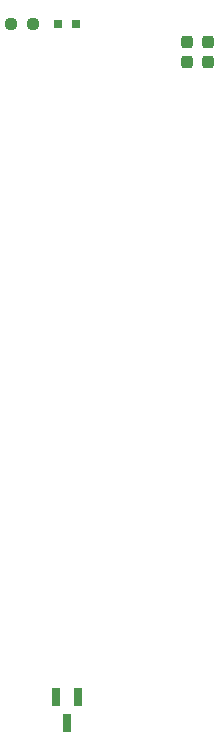
<source format=gbr>
G04 #@! TF.GenerationSoftware,KiCad,Pcbnew,7.0.11+dfsg-1build4*
G04 #@! TF.CreationDate,2024-11-01T16:24:22+09:00*
G04 #@! TF.ProjectId,bionic-ins8060,62696f6e-6963-42d6-996e-73383036302e,6*
G04 #@! TF.SameCoordinates,Original*
G04 #@! TF.FileFunction,Paste,Top*
G04 #@! TF.FilePolarity,Positive*
%FSLAX46Y46*%
G04 Gerber Fmt 4.6, Leading zero omitted, Abs format (unit mm)*
G04 Created by KiCad (PCBNEW 7.0.11+dfsg-1build4) date 2024-11-01 16:24:22*
%MOMM*%
%LPD*%
G01*
G04 APERTURE LIST*
G04 Aperture macros list*
%AMRoundRect*
0 Rectangle with rounded corners*
0 $1 Rounding radius*
0 $2 $3 $4 $5 $6 $7 $8 $9 X,Y pos of 4 corners*
0 Add a 4 corners polygon primitive as box body*
4,1,4,$2,$3,$4,$5,$6,$7,$8,$9,$2,$3,0*
0 Add four circle primitives for the rounded corners*
1,1,$1+$1,$2,$3*
1,1,$1+$1,$4,$5*
1,1,$1+$1,$6,$7*
1,1,$1+$1,$8,$9*
0 Add four rect primitives between the rounded corners*
20,1,$1+$1,$2,$3,$4,$5,0*
20,1,$1+$1,$4,$5,$6,$7,0*
20,1,$1+$1,$6,$7,$8,$9,0*
20,1,$1+$1,$8,$9,$2,$3,0*%
G04 Aperture macros list end*
%ADD10R,0.762000X0.711200*%
%ADD11RoundRect,0.237500X0.237500X-0.300000X0.237500X0.300000X-0.237500X0.300000X-0.237500X-0.300000X0*%
%ADD12R,0.660400X1.625600*%
%ADD13RoundRect,0.237500X0.250000X0.237500X-0.250000X0.237500X-0.250000X-0.237500X0.250000X-0.237500X0*%
G04 APERTURE END LIST*
D10*
X114195300Y-71778000D03*
X115744700Y-71778000D03*
D11*
X125130000Y-75027000D03*
X125130000Y-73302000D03*
D12*
X115920001Y-128828000D03*
X114019999Y-128828000D03*
X114970000Y-130960000D03*
D11*
X126908000Y-75027000D03*
X126908000Y-73302000D03*
D13*
X112072500Y-71778000D03*
X110247500Y-71778000D03*
M02*

</source>
